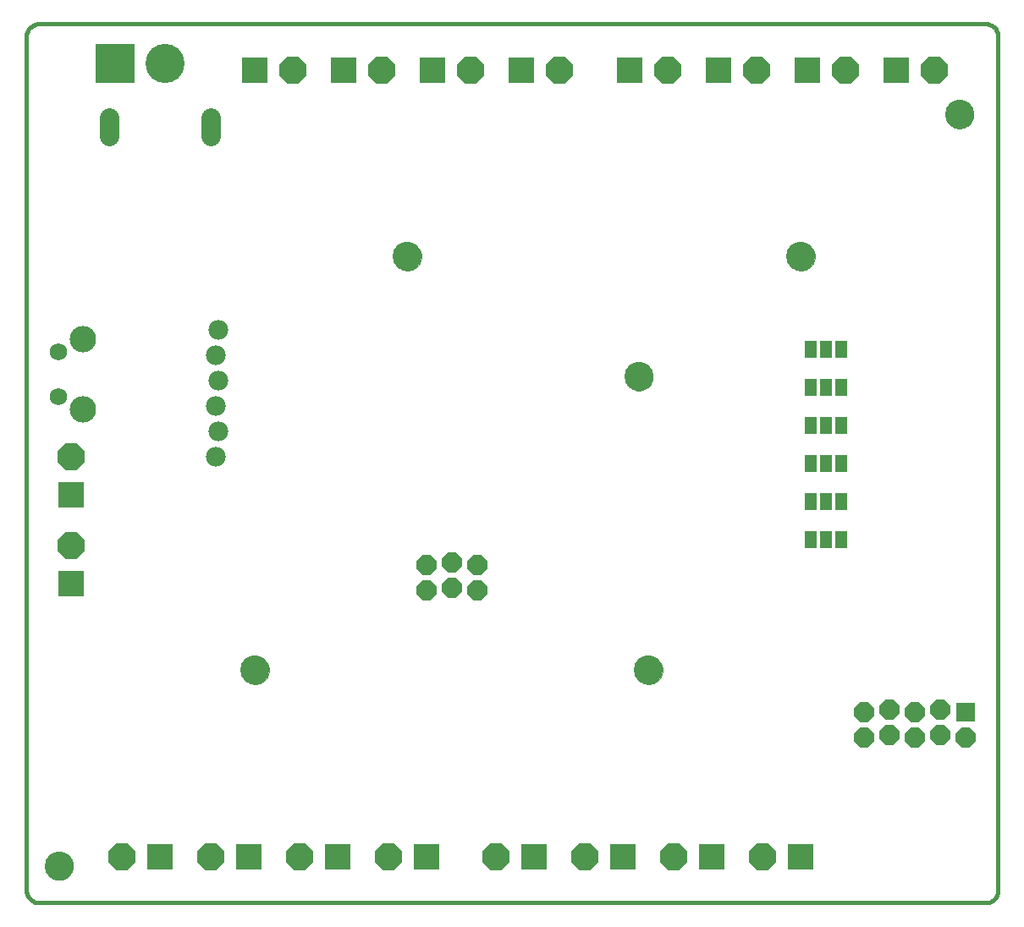
<source format=gbs>
G75*
%MOIN*%
%OFA0B0*%
%FSLAX24Y24*%
%IPPOS*%
%LPD*%
%AMOC8*
5,1,8,0,0,1.08239X$1,22.5*
%
%ADD10C,0.0160*%
%ADD11C,0.0000*%
%ADD12C,0.1142*%
%ADD13OC8,0.0780*%
%ADD14C,0.0780*%
%ADD15OC8,0.1040*%
%ADD16R,0.1040X0.1040*%
%ADD17R,0.0780X0.0780*%
%ADD18C,0.0680*%
%ADD19C,0.1040*%
%ADD20R,0.0500X0.0670*%
%ADD21R,0.1540X0.1540*%
%ADD22C,0.1540*%
%ADD23C,0.0780*%
D10*
X008367Y005257D02*
X008367Y038903D01*
X008369Y038947D01*
X008375Y038990D01*
X008384Y039032D01*
X008397Y039074D01*
X008414Y039114D01*
X008434Y039153D01*
X008457Y039190D01*
X008484Y039224D01*
X008513Y039257D01*
X008546Y039286D01*
X008580Y039313D01*
X008617Y039336D01*
X008656Y039356D01*
X008696Y039373D01*
X008738Y039386D01*
X008780Y039395D01*
X008823Y039401D01*
X008867Y039403D01*
X046135Y039403D01*
X046179Y039401D01*
X046222Y039395D01*
X046264Y039386D01*
X046306Y039373D01*
X046346Y039356D01*
X046385Y039336D01*
X046422Y039313D01*
X046456Y039286D01*
X046489Y039257D01*
X046518Y039224D01*
X046545Y039190D01*
X046568Y039153D01*
X046588Y039114D01*
X046605Y039074D01*
X046618Y039032D01*
X046627Y038990D01*
X046633Y038947D01*
X046635Y038903D01*
X046635Y005257D01*
X046633Y005213D01*
X046627Y005170D01*
X046618Y005128D01*
X046605Y005086D01*
X046588Y005046D01*
X046568Y005007D01*
X046545Y004970D01*
X046518Y004936D01*
X046489Y004903D01*
X046456Y004874D01*
X046422Y004847D01*
X046385Y004824D01*
X046346Y004804D01*
X046306Y004787D01*
X046264Y004774D01*
X046222Y004765D01*
X046179Y004759D01*
X046135Y004757D01*
X008867Y004757D01*
X008823Y004759D01*
X008780Y004765D01*
X008738Y004774D01*
X008696Y004787D01*
X008656Y004804D01*
X008617Y004824D01*
X008580Y004847D01*
X008546Y004874D01*
X008513Y004903D01*
X008484Y004936D01*
X008457Y004970D01*
X008434Y005007D01*
X008414Y005046D01*
X008397Y005086D01*
X008384Y005128D01*
X008375Y005170D01*
X008369Y005213D01*
X008367Y005257D01*
D11*
X009101Y006212D02*
X009103Y006259D01*
X009109Y006305D01*
X009119Y006351D01*
X009132Y006396D01*
X009150Y006439D01*
X009171Y006481D01*
X009195Y006521D01*
X009223Y006558D01*
X009254Y006593D01*
X009288Y006626D01*
X009324Y006655D01*
X009363Y006681D01*
X009404Y006704D01*
X009447Y006723D01*
X009491Y006739D01*
X009536Y006751D01*
X009582Y006759D01*
X009629Y006763D01*
X009675Y006763D01*
X009722Y006759D01*
X009768Y006751D01*
X009813Y006739D01*
X009857Y006723D01*
X009900Y006704D01*
X009941Y006681D01*
X009980Y006655D01*
X010016Y006626D01*
X010050Y006593D01*
X010081Y006558D01*
X010109Y006521D01*
X010133Y006481D01*
X010154Y006439D01*
X010172Y006396D01*
X010185Y006351D01*
X010195Y006305D01*
X010201Y006259D01*
X010203Y006212D01*
X010201Y006165D01*
X010195Y006119D01*
X010185Y006073D01*
X010172Y006028D01*
X010154Y005985D01*
X010133Y005943D01*
X010109Y005903D01*
X010081Y005866D01*
X010050Y005831D01*
X010016Y005798D01*
X009980Y005769D01*
X009941Y005743D01*
X009900Y005720D01*
X009857Y005701D01*
X009813Y005685D01*
X009768Y005673D01*
X009722Y005665D01*
X009675Y005661D01*
X009629Y005661D01*
X009582Y005665D01*
X009536Y005673D01*
X009491Y005685D01*
X009447Y005701D01*
X009404Y005720D01*
X009363Y005743D01*
X009324Y005769D01*
X009288Y005798D01*
X009254Y005831D01*
X009223Y005866D01*
X009195Y005903D01*
X009171Y005943D01*
X009150Y005985D01*
X009132Y006028D01*
X009119Y006073D01*
X009109Y006119D01*
X009103Y006165D01*
X009101Y006212D01*
X016816Y013932D02*
X016818Y013979D01*
X016824Y014025D01*
X016834Y014071D01*
X016847Y014116D01*
X016865Y014159D01*
X016886Y014201D01*
X016910Y014241D01*
X016938Y014278D01*
X016969Y014313D01*
X017003Y014346D01*
X017039Y014375D01*
X017078Y014401D01*
X017119Y014424D01*
X017162Y014443D01*
X017206Y014459D01*
X017251Y014471D01*
X017297Y014479D01*
X017344Y014483D01*
X017390Y014483D01*
X017437Y014479D01*
X017483Y014471D01*
X017528Y014459D01*
X017572Y014443D01*
X017615Y014424D01*
X017656Y014401D01*
X017695Y014375D01*
X017731Y014346D01*
X017765Y014313D01*
X017796Y014278D01*
X017824Y014241D01*
X017848Y014201D01*
X017869Y014159D01*
X017887Y014116D01*
X017900Y014071D01*
X017910Y014025D01*
X017916Y013979D01*
X017918Y013932D01*
X017916Y013885D01*
X017910Y013839D01*
X017900Y013793D01*
X017887Y013748D01*
X017869Y013705D01*
X017848Y013663D01*
X017824Y013623D01*
X017796Y013586D01*
X017765Y013551D01*
X017731Y013518D01*
X017695Y013489D01*
X017656Y013463D01*
X017615Y013440D01*
X017572Y013421D01*
X017528Y013405D01*
X017483Y013393D01*
X017437Y013385D01*
X017390Y013381D01*
X017344Y013381D01*
X017297Y013385D01*
X017251Y013393D01*
X017206Y013405D01*
X017162Y013421D01*
X017119Y013440D01*
X017078Y013463D01*
X017039Y013489D01*
X017003Y013518D01*
X016969Y013551D01*
X016938Y013586D01*
X016910Y013623D01*
X016886Y013663D01*
X016865Y013705D01*
X016847Y013748D01*
X016834Y013793D01*
X016824Y013839D01*
X016818Y013885D01*
X016816Y013932D01*
X031936Y025502D02*
X031938Y025549D01*
X031944Y025595D01*
X031954Y025641D01*
X031967Y025686D01*
X031985Y025729D01*
X032006Y025771D01*
X032030Y025811D01*
X032058Y025848D01*
X032089Y025883D01*
X032123Y025916D01*
X032159Y025945D01*
X032198Y025971D01*
X032239Y025994D01*
X032282Y026013D01*
X032326Y026029D01*
X032371Y026041D01*
X032417Y026049D01*
X032464Y026053D01*
X032510Y026053D01*
X032557Y026049D01*
X032603Y026041D01*
X032648Y026029D01*
X032692Y026013D01*
X032735Y025994D01*
X032776Y025971D01*
X032815Y025945D01*
X032851Y025916D01*
X032885Y025883D01*
X032916Y025848D01*
X032944Y025811D01*
X032968Y025771D01*
X032989Y025729D01*
X033007Y025686D01*
X033020Y025641D01*
X033030Y025595D01*
X033036Y025549D01*
X033038Y025502D01*
X033036Y025455D01*
X033030Y025409D01*
X033020Y025363D01*
X033007Y025318D01*
X032989Y025275D01*
X032968Y025233D01*
X032944Y025193D01*
X032916Y025156D01*
X032885Y025121D01*
X032851Y025088D01*
X032815Y025059D01*
X032776Y025033D01*
X032735Y025010D01*
X032692Y024991D01*
X032648Y024975D01*
X032603Y024963D01*
X032557Y024955D01*
X032510Y024951D01*
X032464Y024951D01*
X032417Y024955D01*
X032371Y024963D01*
X032326Y024975D01*
X032282Y024991D01*
X032239Y025010D01*
X032198Y025033D01*
X032159Y025059D01*
X032123Y025088D01*
X032089Y025121D01*
X032058Y025156D01*
X032030Y025193D01*
X032006Y025233D01*
X031985Y025275D01*
X031967Y025318D01*
X031954Y025363D01*
X031944Y025409D01*
X031938Y025455D01*
X031936Y025502D01*
X038316Y030232D02*
X038318Y030279D01*
X038324Y030325D01*
X038334Y030371D01*
X038347Y030416D01*
X038365Y030459D01*
X038386Y030501D01*
X038410Y030541D01*
X038438Y030578D01*
X038469Y030613D01*
X038503Y030646D01*
X038539Y030675D01*
X038578Y030701D01*
X038619Y030724D01*
X038662Y030743D01*
X038706Y030759D01*
X038751Y030771D01*
X038797Y030779D01*
X038844Y030783D01*
X038890Y030783D01*
X038937Y030779D01*
X038983Y030771D01*
X039028Y030759D01*
X039072Y030743D01*
X039115Y030724D01*
X039156Y030701D01*
X039195Y030675D01*
X039231Y030646D01*
X039265Y030613D01*
X039296Y030578D01*
X039324Y030541D01*
X039348Y030501D01*
X039369Y030459D01*
X039387Y030416D01*
X039400Y030371D01*
X039410Y030325D01*
X039416Y030279D01*
X039418Y030232D01*
X039416Y030185D01*
X039410Y030139D01*
X039400Y030093D01*
X039387Y030048D01*
X039369Y030005D01*
X039348Y029963D01*
X039324Y029923D01*
X039296Y029886D01*
X039265Y029851D01*
X039231Y029818D01*
X039195Y029789D01*
X039156Y029763D01*
X039115Y029740D01*
X039072Y029721D01*
X039028Y029705D01*
X038983Y029693D01*
X038937Y029685D01*
X038890Y029681D01*
X038844Y029681D01*
X038797Y029685D01*
X038751Y029693D01*
X038706Y029705D01*
X038662Y029721D01*
X038619Y029740D01*
X038578Y029763D01*
X038539Y029789D01*
X038503Y029818D01*
X038469Y029851D01*
X038438Y029886D01*
X038410Y029923D01*
X038386Y029963D01*
X038365Y030005D01*
X038347Y030048D01*
X038334Y030093D01*
X038324Y030139D01*
X038318Y030185D01*
X038316Y030232D01*
X044566Y035832D02*
X044568Y035879D01*
X044574Y035925D01*
X044584Y035971D01*
X044597Y036016D01*
X044615Y036059D01*
X044636Y036101D01*
X044660Y036141D01*
X044688Y036178D01*
X044719Y036213D01*
X044753Y036246D01*
X044789Y036275D01*
X044828Y036301D01*
X044869Y036324D01*
X044912Y036343D01*
X044956Y036359D01*
X045001Y036371D01*
X045047Y036379D01*
X045094Y036383D01*
X045140Y036383D01*
X045187Y036379D01*
X045233Y036371D01*
X045278Y036359D01*
X045322Y036343D01*
X045365Y036324D01*
X045406Y036301D01*
X045445Y036275D01*
X045481Y036246D01*
X045515Y036213D01*
X045546Y036178D01*
X045574Y036141D01*
X045598Y036101D01*
X045619Y036059D01*
X045637Y036016D01*
X045650Y035971D01*
X045660Y035925D01*
X045666Y035879D01*
X045668Y035832D01*
X045666Y035785D01*
X045660Y035739D01*
X045650Y035693D01*
X045637Y035648D01*
X045619Y035605D01*
X045598Y035563D01*
X045574Y035523D01*
X045546Y035486D01*
X045515Y035451D01*
X045481Y035418D01*
X045445Y035389D01*
X045406Y035363D01*
X045365Y035340D01*
X045322Y035321D01*
X045278Y035305D01*
X045233Y035293D01*
X045187Y035285D01*
X045140Y035281D01*
X045094Y035281D01*
X045047Y035285D01*
X045001Y035293D01*
X044956Y035305D01*
X044912Y035321D01*
X044869Y035340D01*
X044828Y035363D01*
X044789Y035389D01*
X044753Y035418D01*
X044719Y035451D01*
X044688Y035486D01*
X044660Y035523D01*
X044636Y035563D01*
X044615Y035605D01*
X044597Y035648D01*
X044584Y035693D01*
X044574Y035739D01*
X044568Y035785D01*
X044566Y035832D01*
X022816Y030232D02*
X022818Y030279D01*
X022824Y030325D01*
X022834Y030371D01*
X022847Y030416D01*
X022865Y030459D01*
X022886Y030501D01*
X022910Y030541D01*
X022938Y030578D01*
X022969Y030613D01*
X023003Y030646D01*
X023039Y030675D01*
X023078Y030701D01*
X023119Y030724D01*
X023162Y030743D01*
X023206Y030759D01*
X023251Y030771D01*
X023297Y030779D01*
X023344Y030783D01*
X023390Y030783D01*
X023437Y030779D01*
X023483Y030771D01*
X023528Y030759D01*
X023572Y030743D01*
X023615Y030724D01*
X023656Y030701D01*
X023695Y030675D01*
X023731Y030646D01*
X023765Y030613D01*
X023796Y030578D01*
X023824Y030541D01*
X023848Y030501D01*
X023869Y030459D01*
X023887Y030416D01*
X023900Y030371D01*
X023910Y030325D01*
X023916Y030279D01*
X023918Y030232D01*
X023916Y030185D01*
X023910Y030139D01*
X023900Y030093D01*
X023887Y030048D01*
X023869Y030005D01*
X023848Y029963D01*
X023824Y029923D01*
X023796Y029886D01*
X023765Y029851D01*
X023731Y029818D01*
X023695Y029789D01*
X023656Y029763D01*
X023615Y029740D01*
X023572Y029721D01*
X023528Y029705D01*
X023483Y029693D01*
X023437Y029685D01*
X023390Y029681D01*
X023344Y029681D01*
X023297Y029685D01*
X023251Y029693D01*
X023206Y029705D01*
X023162Y029721D01*
X023119Y029740D01*
X023078Y029763D01*
X023039Y029789D01*
X023003Y029818D01*
X022969Y029851D01*
X022938Y029886D01*
X022910Y029923D01*
X022886Y029963D01*
X022865Y030005D01*
X022847Y030048D01*
X022834Y030093D01*
X022824Y030139D01*
X022818Y030185D01*
X022816Y030232D01*
X032316Y013932D02*
X032318Y013979D01*
X032324Y014025D01*
X032334Y014071D01*
X032347Y014116D01*
X032365Y014159D01*
X032386Y014201D01*
X032410Y014241D01*
X032438Y014278D01*
X032469Y014313D01*
X032503Y014346D01*
X032539Y014375D01*
X032578Y014401D01*
X032619Y014424D01*
X032662Y014443D01*
X032706Y014459D01*
X032751Y014471D01*
X032797Y014479D01*
X032844Y014483D01*
X032890Y014483D01*
X032937Y014479D01*
X032983Y014471D01*
X033028Y014459D01*
X033072Y014443D01*
X033115Y014424D01*
X033156Y014401D01*
X033195Y014375D01*
X033231Y014346D01*
X033265Y014313D01*
X033296Y014278D01*
X033324Y014241D01*
X033348Y014201D01*
X033369Y014159D01*
X033387Y014116D01*
X033400Y014071D01*
X033410Y014025D01*
X033416Y013979D01*
X033418Y013932D01*
X033416Y013885D01*
X033410Y013839D01*
X033400Y013793D01*
X033387Y013748D01*
X033369Y013705D01*
X033348Y013663D01*
X033324Y013623D01*
X033296Y013586D01*
X033265Y013551D01*
X033231Y013518D01*
X033195Y013489D01*
X033156Y013463D01*
X033115Y013440D01*
X033072Y013421D01*
X033028Y013405D01*
X032983Y013393D01*
X032937Y013385D01*
X032890Y013381D01*
X032844Y013381D01*
X032797Y013385D01*
X032751Y013393D01*
X032706Y013405D01*
X032662Y013421D01*
X032619Y013440D01*
X032578Y013463D01*
X032539Y013489D01*
X032503Y013518D01*
X032469Y013551D01*
X032438Y013586D01*
X032410Y013623D01*
X032386Y013663D01*
X032365Y013705D01*
X032347Y013748D01*
X032334Y013793D01*
X032324Y013839D01*
X032318Y013885D01*
X032316Y013932D01*
D12*
X032867Y013932D03*
X032487Y025502D03*
X038867Y030232D03*
X045117Y035832D03*
X023367Y030232D03*
X017367Y013932D03*
X009652Y006212D03*
D13*
X024117Y017082D03*
X024117Y018082D03*
X025117Y018182D03*
X026117Y018082D03*
X026117Y017082D03*
X025117Y017182D03*
X041367Y012282D03*
X041367Y011282D03*
X042367Y011382D03*
X043367Y011282D03*
X043367Y012282D03*
X044367Y012382D03*
X044367Y011382D03*
X045367Y011282D03*
X042367Y012382D03*
D14*
X015817Y022332D03*
X015917Y023332D03*
X015817Y024332D03*
X015917Y025332D03*
X015817Y026332D03*
X015917Y027332D03*
D15*
X010117Y022332D03*
X010117Y018832D03*
X012117Y006582D03*
X015617Y006582D03*
X019117Y006582D03*
X022617Y006582D03*
X026867Y006582D03*
X030367Y006582D03*
X033867Y006582D03*
X037367Y006582D03*
X037117Y037582D03*
X040617Y037582D03*
X044117Y037582D03*
X033617Y037582D03*
X029367Y037582D03*
X025867Y037582D03*
X022367Y037582D03*
X018867Y037582D03*
D16*
X017367Y037582D03*
X020867Y037582D03*
X024367Y037582D03*
X027867Y037582D03*
X032117Y037582D03*
X035617Y037582D03*
X039117Y037582D03*
X042617Y037582D03*
X010117Y020832D03*
X010117Y017332D03*
X013617Y006582D03*
X017117Y006582D03*
X020617Y006582D03*
X024117Y006582D03*
X028367Y006582D03*
X031867Y006582D03*
X035367Y006582D03*
X038867Y006582D03*
D17*
X045367Y012282D03*
D18*
X009627Y024692D03*
X009627Y026472D03*
D19*
X010607Y026962D03*
X010607Y024202D03*
D20*
X039267Y023582D03*
X039867Y023582D03*
X040467Y023582D03*
X040467Y025082D03*
X039867Y025082D03*
X039267Y025082D03*
X039267Y026582D03*
X039867Y026582D03*
X040467Y026582D03*
X040467Y022082D03*
X039867Y022082D03*
X039267Y022082D03*
X039267Y020582D03*
X039867Y020582D03*
X040467Y020582D03*
X040467Y019082D03*
X039867Y019082D03*
X039267Y019082D03*
D21*
X011867Y037832D03*
D22*
X013835Y037832D03*
D23*
X015617Y035702D02*
X015617Y034962D01*
X011617Y034962D02*
X011617Y035702D01*
M02*

</source>
